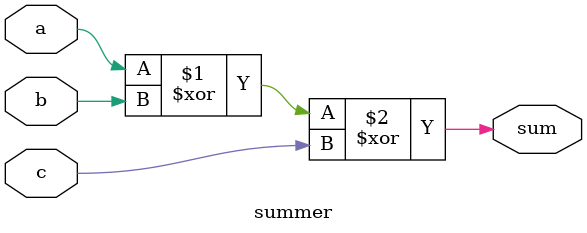
<source format=sv>
module summer(
    input logic a, b, c,
    output logic sum
    );

    assign sum = a ^ b ^ c;

endmodule

</source>
